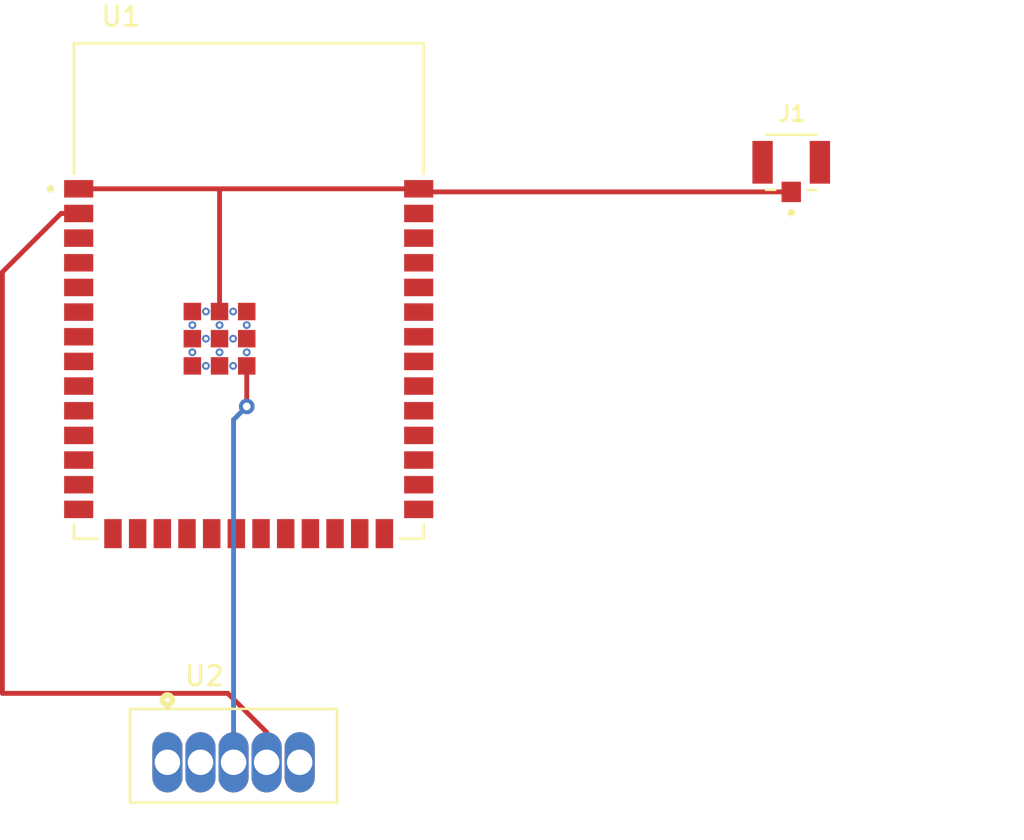
<source format=kicad_pcb>
(kicad_pcb (version 20221018) (generator pcbnew)
  (layers (0 "F.Cu" signal) (31 "B.Cu" signal) (34 "B.Paste" user) (35 "F.Paste" user) (36 "B.SilkS" user "B.Silkscreen") (37 "F.SilkS" user "F.Silkscreen") (38 "B.Mask" user) (39 "F.Mask" user) (44 "Edge.Cuts" user))
  (net 0 "")
  (net 1 "Net-(J1-Pad2)")
  (net 2 "Net-(U2-GND)")
  (net 3 "Net-(U1-3V3)")
  (footprint "custom_lib_fp:TO170P1066X482X1572-5" (layer "F.Cu") (at 129.242 113.625)
    (fp_text reference "U2" (at 1.905 -4.445) (layer "F.SilkS"))
    (fp_text value "MCP1827-ADJE_AT")
    (fp_line (start -1.93 -2.75) (end -1.93 2.07) (stroke (width 0.127)) (layer "F.SilkS"))
    (fp_line (start -1.93 2.07) (end 8.73 2.07) (stroke (width 0.127)) (layer "F.SilkS"))
    (fp_line (start 8.73 -2.75) (end -1.93 -2.75) (stroke (width 0.127)) (layer "F.SilkS"))
    (fp_line (start 8.73 2.07) (end 8.73 -2.75) (stroke (width 0.127)) (layer "F.SilkS"))
    (fp_circle (center 0 -3.21) (end 0.1 -3.21) (stroke (width 0.3)) (fill none) (layer "F.SilkS"))
    (pad "1" thru_hole oval (at 0 0) (size 1.55 3.1) (drill 1.31) (layers "*.Cu" "*.Mask"))
    (pad "2" thru_hole oval (at 1.702 0) (size 1.55 3.1) (drill 1.31) (layers "*.Cu" "*.Mask"))
    (pad "3" thru_hole oval (at 3.404 0) (size 1.55 3.1) (drill 1.31) (layers "*.Cu" "*.Mask") (net 2 "Net-(U2-GND)"))
    (pad "4" thru_hole oval (at 5.106 0) (size 1.55 3.1) (drill 1.31) (layers "*.Cu" "*.Mask") (net 3 "Net-(U1-3V3)"))
    (pad "5" thru_hole oval (at 6.808 0) (size 1.55 3.1) (drill 1.31) (layers "*.Cu" "*.Mask"))
  )
  (footprint "custom_lib_fp:LINX_CONUFL001-SMD" (layer "F.Cu") (at 161.35 82.725)
    (fp_text reference "J1" (at 0.04 -2.508) (layer "F.SilkS") (effects (font (size 0.8 0.8))))
    (fp_text value "CONUFL001-SMD")
    (fp_line (start -1.3 -1.42) (end 1.3 -1.42) (stroke (width 0.127)) (layer "F.SilkS"))
    (fp_line (start -0.82 1.42) (end -1.3 1.42) (stroke (width 0.127)) (layer "F.SilkS"))
    (fp_line (start 0.82 1.42) (end 1.3 1.42) (stroke (width 0.127)) (layer "F.SilkS"))
    (fp_circle (center 0 2.6) (end 0.1 2.6) (stroke (width 0.2)) (fill none) (layer "F.SilkS"))
    (pad "1" smd rect (at 0 1.525) (size 1 1.05) (layers "F.Cu" "F.Paste" "F.Mask") (net 2 "Net-(U2-GND)"))
    (pad "2" smd rect (at -1.475 0) (size 1.05 2.2) (layers "F.Cu" "F.Paste" "F.Mask") (net 1 "Net-(J1-Pad2)"))
    (pad "3" smd rect (at 1.475 0) (size 1.05 2.2) (layers "F.Cu" "F.Paste" "F.Mask") (net 1 "Net-(J1-Pad2)"))
  )
  (footprint "custom_lib_fp:XCVR_ESP32S3WROOM1N8R8" (layer "F.Cu") (at 133.425 89.35)
    (fp_text reference "U1" (at -6.575 -14.135) (layer "F.SilkS"))
    (fp_text value "ESP32-S3-WROOM-1-N8R8")
    (fp_line (start -9 -12.75) (end 9 -12.75) (stroke (width 0.127)) (layer "F.SilkS"))
    (fp_line (start -9 -6.03) (end -9 -12.75) (stroke (width 0.127)) (layer "F.SilkS"))
    (fp_line (start -9 12.02) (end -9 12.75) (stroke (width 0.127)) (layer "F.SilkS"))
    (fp_line (start -9 12.75) (end -7.755 12.75) (stroke (width 0.127)) (layer "F.SilkS"))
    (fp_line (start 9 -12.75) (end 9 -6.03) (stroke (width 0.127)) (layer "F.SilkS"))
    (fp_line (start 9 12.02) (end 9 12.75) (stroke (width 0.127)) (layer "F.SilkS"))
    (fp_line (start 9 12.75) (end 7.755 12.75) (stroke (width 0.127)) (layer "F.SilkS"))
    (fp_circle (center -10.2 -5.26) (end -10.1 -5.26) (stroke (width 0.2)) (fill none) (layer "F.SilkS"))
    (pad "1" smd rect (at -8.75 -5.26) (size 1.5 0.9) (layers "F.Cu" "F.Paste" "F.Mask") (net 2 "Net-(U2-GND)"))
    (pad "2" smd rect (at -8.75 -3.99) (size 1.5 0.9) (layers "F.Cu" "F.Paste" "F.Mask") (net 3 "Net-(U1-3V3)"))
    (pad "3" smd rect (at -8.75 -2.72) (size 1.5 0.9) (layers "F.Cu" "F.Paste" "F.Mask"))
    (pad "4" smd rect (at -8.75 -1.45) (size 1.5 0.9) (layers "F.Cu" "F.Paste" "F.Mask"))
    (pad "5" smd rect (at -8.75 -0.18) (size 1.5 0.9) (layers "F.Cu" "F.Paste" "F.Mask"))
    (pad "6" smd rect (at -8.75 1.09) (size 1.5 0.9) (layers "F.Cu" "F.Paste" "F.Mask"))
    (pad "7" smd rect (at -8.75 2.36) (size 1.5 0.9) (layers "F.Cu" "F.Paste" "F.Mask"))
    (pad "8" smd rect (at -8.75 3.63) (size 1.5 0.9) (layers "F.Cu" "F.Paste" "F.Mask"))
    (pad "9" smd rect (at -8.75 4.9) (size 1.5 0.9) (layers "F.Cu" "F.Paste" "F.Mask"))
    (pad "10" smd rect (at -8.75 6.17) (size 1.5 0.9) (layers "F.Cu" "F.Paste" "F.Mask"))
    (pad "11" smd rect (at -8.75 7.44) (size 1.5 0.9) (layers "F.Cu" "F.Paste" "F.Mask"))
    (pad "12" smd rect (at -8.75 8.71) (size 1.5 0.9) (layers "F.Cu" "F.Paste" "F.Mask"))
    (pad "13" smd rect (at -8.75 9.98) (size 1.5 0.9) (layers "F.Cu" "F.Paste" "F.Mask"))
    (pad "14" smd rect (at -8.75 11.25) (size 1.5 0.9) (layers "F.Cu" "F.Paste" "F.Mask"))
    (pad "15" smd rect (at -6.985 12.5) (size 0.9 1.5) (layers "F.Cu" "F.Paste" "F.Mask"))
    (pad "16" smd rect (at -5.715 12.5) (size 0.9 1.5) (layers "F.Cu" "F.Paste" "F.Mask"))
    (pad "17" smd rect (at -4.445 12.5) (size 0.9 1.5) (layers "F.Cu" "F.Paste" "F.Mask"))
    (pad "18" smd rect (at -3.175 12.5) (size 0.9 1.5) (layers "F.Cu" "F.Paste" "F.Mask"))
    (pad "19" smd rect (at -1.905 12.5) (size 0.9 1.5) (layers "F.Cu" "F.Paste" "F.Mask"))
    (pad "20" smd rect (at -0.635 12.5) (size 0.9 1.5) (layers "F.Cu" "F.Paste" "F.Mask"))
    (pad "21" smd rect (at 0.635 12.5) (size 0.9 1.5) (layers "F.Cu" "F.Paste" "F.Mask"))
    (pad "22" smd rect (at 1.905 12.5) (size 0.9 1.5) (layers "F.Cu" "F.Paste" "F.Mask"))
    (pad "23" smd rect (at 3.175 12.5) (size 0.9 1.5) (layers "F.Cu" "F.Paste" "F.Mask"))
    (pad "24" smd rect (at 4.445 12.5) (size 0.9 1.5) (layers "F.Cu" "F.Paste" "F.Mask"))
    (pad "25" smd rect (at 5.715 12.5) (size 0.9 1.5) (layers "F.Cu" "F.Paste" "F.Mask"))
    (pad "26" smd rect (at 6.985 12.5) (size 0.9 1.5) (layers "F.Cu" "F.Paste" "F.Mask"))
    (pad "27" smd rect (at 8.75 11.25) (size 1.5 0.9) (layers "F.Cu" "F.Paste" "F.Mask"))
    (pad "28" smd rect (at 8.75 9.98) (size 1.5 0.9) (layers "F.Cu" "F.Paste" "F.Mask"))
    (pad "29" smd rect (at 8.75 8.71) (size 1.5 0.9) (layers "F.Cu" "F.Paste" "F.Mask"))
    (pad "30" smd rect (at 8.75 7.44) (size 1.5 0.9) (layers "F.Cu" "F.Paste" "F.Mask"))
    (pad "31" smd rect (at 8.75 6.17) (size 1.5 0.9) (layers "F.Cu" "F.Paste" "F.Mask"))
    (pad "32" smd rect (at 8.75 4.9) (size 1.5 0.9) (layers "F.Cu" "F.Paste" "F.Mask"))
    (pad "33" smd rect (at 8.75 3.63) (size 1.5 0.9) (layers "F.Cu" "F.Paste" "F.Mask"))
    (pad "34" smd rect (at 8.75 2.36) (size 1.5 0.9) (layers "F.Cu" "F.Paste" "F.Mask"))
    (pad "35" smd rect (at 8.75 1.09) (size 1.5 0.9) (layers "F.Cu" "F.Paste" "F.Mask"))
    (pad "36" smd rect (at 8.75 -0.18) (size 1.5 0.9) (layers "F.Cu" "F.Paste" "F.Mask"))
    (pad "37" smd rect (at 8.75 -1.45) (size 1.5 0.9) (layers "F.Cu" "F.Paste" "F.Mask"))
    (pad "38" smd rect (at 8.75 -2.72) (size 1.5 0.9) (layers "F.Cu" "F.Paste" "F.Mask"))
    (pad "39" smd rect (at 8.75 -3.99) (size 1.5 0.9) (layers "F.Cu" "F.Paste" "F.Mask"))
    (pad "40" smd rect (at 8.75 -5.26) (size 1.5 0.9) (layers "F.Cu" "F.Paste" "F.Mask") (net 2 "Net-(U2-GND)"))
    (pad "41_1" smd rect (at -1.5 2.46) (size 0.9 0.9) (layers "F.Cu" "F.Paste" "F.Mask") (net 2 "Net-(U2-GND)"))
    (pad "41_2" smd rect (at -2.9 2.46) (size 0.9 0.9) (layers "F.Cu" "F.Paste" "F.Mask") (net 2 "Net-(U2-GND)"))
    (pad "41_3" smd rect (at -0.1 2.46) (size 0.9 0.9) (layers "F.Cu" "F.Paste" "F.Mask") (net 2 "Net-(U2-GND)"))
    (pad "41_4" smd rect (at -2.9 3.86) (size 0.9 0.9) (layers "F.Cu" "F.Paste" "F.Mask") (net 2 "Net-(U2-GND)"))
    (pad "41_5" smd rect (at -1.5 3.86) (size 0.9 0.9) (layers "F.Cu" "F.Paste" "F.Mask") (net 2 "Net-(U2-GND)"))
    (pad "41_6" smd rect (at -0.1 3.86) (size 0.9 0.9) (layers "F.Cu" "F.Paste" "F.Mask") (net 2 "Net-(U2-GND)"))
    (pad "41_7" smd rect (at -2.9 1.06) (size 0.9 0.9) (layers "F.Cu" "F.Paste" "F.Mask") (net 2 "Net-(U2-GND)"))
    (pad "41_8" smd rect (at -1.5 1.06) (size 0.9 0.9) (layers "F.Cu" "F.Paste" "F.Mask") (net 2 "Net-(U2-GND)"))
    (pad "41_9" smd rect (at -0.1 1.06) (size 0.9 0.9) (layers "F.Cu" "F.Paste" "F.Mask") (net 2 "Net-(U2-GND)"))
    (pad "41_10" thru_hole circle (at -1.5 1.76) (size 0.4 0.4) (drill 0.2) (layers "*.Cu"))
    (pad "41_11" thru_hole circle (at -2.9 1.76) (size 0.4 0.4) (drill 0.2) (layers "*.Cu"))
    (pad "41_12" thru_hole circle (at -0.1 1.76) (size 0.4 0.4) (drill 0.2) (layers "*.Cu"))
    (pad "41_13" thru_hole circle (at -2.9 3.16) (size 0.4 0.4) (drill 0.2) (layers "*.Cu"))
    (pad "41_14" thru_hole circle (at -1.5 3.16) (size 0.4 0.4) (drill 0.2) (layers "*.Cu"))
    (pad "41_15" thru_hole circle (at -0.1 3.16) (size 0.4 0.4) (drill 0.2) (layers "*.Cu"))
    (pad "41_16" thru_hole circle (at -2.2 1.06) (size 0.4 0.4) (drill 0.2) (layers "*.Cu"))
    (pad "41_17" thru_hole circle (at -0.8 1.06) (size 0.4 0.4) (drill 0.2) (layers "*.Cu"))
    (pad "41_18" thru_hole circle (at -2.2 2.46) (size 0.4 0.4) (drill 0.2) (layers "*.Cu"))
    (pad "41_19" thru_hole circle (at -0.8 2.46) (size 0.4 0.4) (drill 0.2) (layers "*.Cu"))
    (pad "41_20" thru_hole circle (at -2.2 3.86) (size 0.4 0.4) (drill 0.2) (layers "*.Cu"))
    (pad "41_21" thru_hole circle (at -0.8 3.86) (size 0.4 0.4) (drill 0.2) (layers "*.Cu"))
  )
  (segment (start 131.825 84.09) (end 142.175 84.09) (width 0.25) (layer "F.Cu") (net 2))
  (segment (start 133.325 93.21) (end 133.325 95.3) (width 0.25) (layer "F.Cu") (net 2))
  (segment (start 142.335 84.25) (end 161.35 84.25) (width 0.25) (layer "F.Cu") (net 2))
  (segment (start 131.925 90.41) (end 131.925 84.19) (width 0.25) (layer "F.Cu") (net 2))
  (segment (start 131.925 84.19) (end 131.825 84.09) (width 0.25) (layer "F.Cu") (net 2))
  (segment (start 142.175 84.09) (end 142.335 84.25) (width 0.25) (layer "F.Cu") (net 2))
  (segment (start 124.675 84.09) (end 131.825 84.09) (width 0.25) (layer "F.Cu") (net 2))
  (via (at 133.325 95.3) (size 0.8) (drill 0.4) (layers "F.Cu" "B.Cu") (net 2))
  (segment (start 133.325 95.3) (end 132.646 95.979) (width 0.25) (layer "B.Cu") (net 2))
  (segment (start 132.646 95.979) (end 132.646 113.625) (width 0.25) (layer "B.Cu") (net 2))
  (segment (start 120.75 110.075) (end 120.75 88.375) (width 0.25) (layer "F.Cu") (net 3))
  (segment (start 134.348 112.075) (end 132.348 110.075) (width 0.25) (layer "F.Cu") (net 3))
  (segment (start 123.765 85.36) (end 124.675 85.36) (width 0.25) (layer "F.Cu") (net 3))
  (segment (start 134.348 113.625) (end 134.348 112.075) (width 0.25) (layer "F.Cu") (net 3))
  (segment (start 120.75 88.375) (end 123.765 85.36) (width 0.25) (layer "F.Cu") (net 3))
  (segment (start 132.348 110.075) (end 120.75 110.075) (width 0.25) (layer "F.Cu") (net 3))
)
</source>
